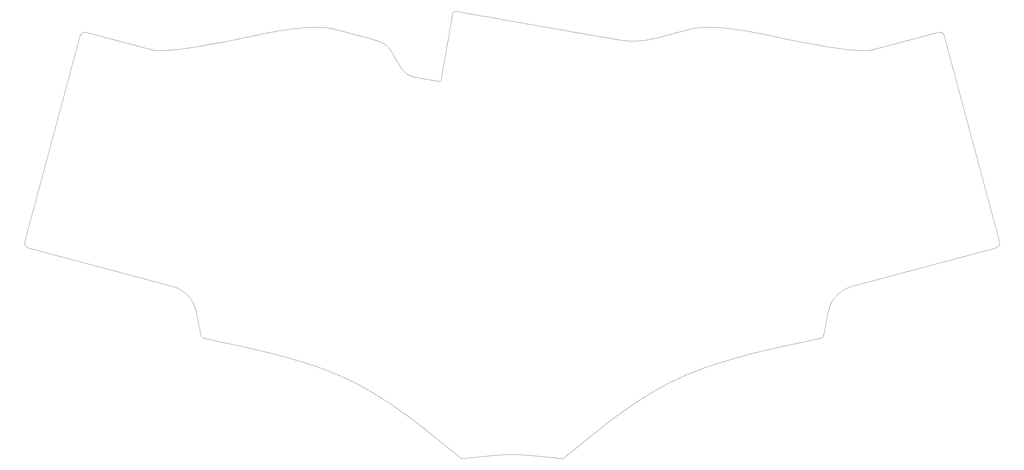
<source format=gm1>
G04 #@! TF.GenerationSoftware,KiCad,Pcbnew,(6.0.0)*
G04 #@! TF.CreationDate,2023-08-21T19:05:23+03:00*
G04 #@! TF.ProjectId,choctopus44,63686f63-746f-4707-9573-34342e6b6963,1.0 Prototype*
G04 #@! TF.SameCoordinates,Original*
G04 #@! TF.FileFunction,Profile,NP*
%FSLAX46Y46*%
G04 Gerber Fmt 4.6, Leading zero omitted, Abs format (unit mm)*
G04 Created by KiCad (PCBNEW (6.0.0)) date 2023-08-21 19:05:23*
%MOMM*%
%LPD*%
G01*
G04 APERTURE LIST*
%ADD10C,0.100000*%
G04 #@! TA.AperFunction,Profile*
%ADD11C,0.100000*%
G04 #@! TD*
G04 APERTURE END LIST*
D10*
X126060000Y-67470000D02*
X125958986Y-67452299D01*
X125838074Y-67431112D01*
X125719080Y-67410261D01*
X125563722Y-67383038D01*
X125367150Y-67348594D01*
X125251894Y-67328398D01*
X125124516Y-67306078D01*
X124984411Y-67281528D01*
X124830972Y-67254641D01*
X124663593Y-67225312D01*
X124481669Y-67193434D01*
X124284592Y-67158901D01*
X124071757Y-67121607D01*
X123842558Y-67081445D01*
X123596389Y-67038309D01*
X123332644Y-66992094D01*
X123050716Y-66942693D01*
X122750000Y-66890000D01*
X115750000Y-62330000D02*
X115569533Y-62008927D01*
X115398687Y-61703452D01*
X115236420Y-61412998D01*
X115081689Y-61136992D01*
X114933451Y-60874857D01*
X114790662Y-60626020D01*
X114652281Y-60389905D01*
X114517265Y-60165937D01*
X114384571Y-59953541D01*
X114253155Y-59752143D01*
X114121976Y-59561167D01*
X113989990Y-59380039D01*
X113856154Y-59208182D01*
X113719427Y-59045024D01*
X113578765Y-58889988D01*
X113433125Y-58742500D01*
X113281464Y-58601984D01*
X113122740Y-58467866D01*
X112955910Y-58339570D01*
X112779931Y-58216523D01*
X112593761Y-58098148D01*
X112396356Y-57983872D01*
X112186674Y-57873118D01*
X111963671Y-57765312D01*
X111726306Y-57659879D01*
X111473536Y-57556245D01*
X111204317Y-57453833D01*
X110917607Y-57352070D01*
X110612363Y-57250380D01*
X110287542Y-57148188D01*
X109942102Y-57044920D01*
X109575000Y-56940000D01*
X169930000Y-56870000D02*
X170299336Y-56935825D01*
X170663405Y-56998166D01*
X171022856Y-57056819D01*
X171378339Y-57111582D01*
X171730505Y-57162250D01*
X172080002Y-57208620D01*
X172427481Y-57250490D01*
X172773593Y-57287656D01*
X173118987Y-57319914D01*
X173464313Y-57347062D01*
X173810222Y-57368897D01*
X174157363Y-57385214D01*
X174506386Y-57395812D01*
X174857941Y-57400485D01*
X175212679Y-57399032D01*
X175571250Y-57391250D01*
X175934302Y-57376933D01*
X176302487Y-57355881D01*
X176676455Y-57327889D01*
X177056855Y-57292753D01*
X177444338Y-57250272D01*
X177839553Y-57200241D01*
X178243150Y-57142458D01*
X178655781Y-57076718D01*
X179078094Y-57002820D01*
X179510739Y-56920559D01*
X179954367Y-56829732D01*
X180409628Y-56730136D01*
X180877172Y-56621568D01*
X181357648Y-56503825D01*
X181851708Y-56376703D01*
X182360000Y-56240000D01*
X221045000Y-131950000D02*
X218118460Y-132559101D01*
X215329172Y-133151325D01*
X212669657Y-133730304D01*
X210132441Y-134299667D01*
X207710046Y-134863047D01*
X205394997Y-135424074D01*
X203179817Y-135986379D01*
X201057031Y-136553593D01*
X199019161Y-137129347D01*
X197058732Y-137717272D01*
X195168268Y-138321000D01*
X193340292Y-138944160D01*
X191567329Y-139590384D01*
X189841901Y-140263303D01*
X188156534Y-140966548D01*
X186503750Y-141703750D01*
X184876073Y-142478539D01*
X183266027Y-143294548D01*
X181666137Y-144155406D01*
X180068925Y-145064746D01*
X178466916Y-146026197D01*
X176852634Y-147043391D01*
X175218601Y-148119958D01*
X173557343Y-149259531D01*
X171861383Y-150465739D01*
X170123244Y-151742214D01*
X168335451Y-153092586D01*
X166490527Y-154520488D01*
X164580996Y-156029549D01*
X162599382Y-157623400D01*
X160538208Y-159305674D01*
X158390000Y-161080000D01*
D11*
X265500000Y-109190000D02*
X229980000Y-118710000D01*
D10*
X132230000Y-161910000D02*
X132126736Y-161912980D01*
X132024050Y-161894816D01*
X131920408Y-161857043D01*
X131814277Y-161801191D01*
X131704125Y-161728794D01*
X131588420Y-161641384D01*
X131507441Y-161575527D01*
X131422858Y-161504133D01*
X131334218Y-161427656D01*
X131241066Y-161346550D01*
X131142949Y-161261269D01*
X131039411Y-161172268D01*
X130930000Y-161080000D01*
X132230000Y-161910000D02*
X133363060Y-161784667D01*
X134427182Y-161667421D01*
X135426961Y-161558261D01*
X136366992Y-161457187D01*
X137251871Y-161364199D01*
X138086196Y-161279296D01*
X138874561Y-161202480D01*
X139621562Y-161133750D01*
X140331796Y-161073105D01*
X141009858Y-161020546D01*
X141660344Y-160976074D01*
X142287851Y-160939687D01*
X142896974Y-160911386D01*
X143492309Y-160891171D01*
X144078452Y-160879042D01*
X144660000Y-160875000D01*
X145241547Y-160879042D01*
X145827690Y-160891171D01*
X146423025Y-160911386D01*
X147032148Y-160939687D01*
X147659655Y-160976074D01*
X148310141Y-161020546D01*
X148988203Y-161073105D01*
X149698437Y-161133750D01*
X150445438Y-161202480D01*
X151233803Y-161279296D01*
X152068128Y-161364199D01*
X152953007Y-161457187D01*
X153893038Y-161558261D01*
X154892817Y-161667421D01*
X155956939Y-161784667D01*
X157090000Y-161910000D01*
D11*
X65670000Y-125320000D02*
X66780000Y-130910000D01*
D10*
X223650000Y-125320000D02*
X223725034Y-124971275D01*
X223811176Y-124631960D01*
X223908107Y-124302031D01*
X224015507Y-123981464D01*
X224133059Y-123670236D01*
X224260444Y-123368322D01*
X224397343Y-123075699D01*
X224543437Y-122792343D01*
X224698408Y-122518230D01*
X224861938Y-122253337D01*
X225033707Y-121997639D01*
X225213398Y-121751113D01*
X225400691Y-121513735D01*
X225595268Y-121285480D01*
X225796810Y-121066327D01*
X226005000Y-120856250D01*
X226219517Y-120655225D01*
X226440043Y-120463229D01*
X226666261Y-120280239D01*
X226897851Y-120106230D01*
X227134495Y-119941178D01*
X227375874Y-119785061D01*
X227621669Y-119637853D01*
X227871562Y-119499531D01*
X228125234Y-119370071D01*
X228382368Y-119249450D01*
X228642643Y-119137644D01*
X228905742Y-119034628D01*
X229171345Y-118940380D01*
X229439135Y-118854875D01*
X229708793Y-118778089D01*
X229980000Y-118710000D01*
X222540000Y-130910000D02*
X222502501Y-131058239D01*
X222457509Y-131188886D01*
X222405032Y-131303332D01*
X222345078Y-131402968D01*
X222277652Y-131489187D01*
X222202763Y-131563378D01*
X222120418Y-131626936D01*
X222030625Y-131681250D01*
X221933389Y-131727712D01*
X221828720Y-131767714D01*
X221716624Y-131802648D01*
X221597109Y-131833906D01*
X221470181Y-131862878D01*
X221335849Y-131890957D01*
X221194119Y-131919533D01*
X221045000Y-131950000D01*
X65670000Y-125320000D02*
X65594965Y-124971275D01*
X65508823Y-124631960D01*
X65411892Y-124302031D01*
X65304492Y-123981464D01*
X65186940Y-123670236D01*
X65059555Y-123368322D01*
X64922656Y-123075699D01*
X64776562Y-122792343D01*
X64621591Y-122518230D01*
X64458061Y-122253337D01*
X64286292Y-121997639D01*
X64106601Y-121751113D01*
X63919308Y-121513735D01*
X63724731Y-121285480D01*
X63523189Y-121066327D01*
X63315000Y-120856250D01*
X63100482Y-120655225D01*
X62879956Y-120463229D01*
X62653738Y-120280239D01*
X62422148Y-120106230D01*
X62185504Y-119941178D01*
X61944125Y-119785061D01*
X61698330Y-119637853D01*
X61448437Y-119499531D01*
X61194765Y-119370071D01*
X60937631Y-119249450D01*
X60677356Y-119137644D01*
X60414257Y-119034628D01*
X60148654Y-118940380D01*
X59880864Y-118854875D01*
X59611206Y-118778089D01*
X59340000Y-118710000D01*
X157090000Y-161910000D02*
X157193263Y-161912980D01*
X157295949Y-161894816D01*
X157399591Y-161857043D01*
X157505722Y-161801191D01*
X157615874Y-161728794D01*
X157731579Y-161641384D01*
X157812558Y-161575527D01*
X157897141Y-161504133D01*
X157985781Y-161427656D01*
X158078933Y-161346550D01*
X158177050Y-161261269D01*
X158280588Y-161172268D01*
X158390000Y-161080000D01*
X250995000Y-55270000D02*
X251096715Y-55246582D01*
X251207548Y-55229375D01*
X251325721Y-55219199D01*
X251449453Y-55216875D01*
X251576964Y-55223222D01*
X251706474Y-55239062D01*
X251836204Y-55265214D01*
X251964375Y-55302500D01*
X252089205Y-55351738D01*
X252208916Y-55413750D01*
X252321727Y-55489355D01*
X252425859Y-55579375D01*
X252519532Y-55684628D01*
X252600966Y-55805937D01*
X252668382Y-55944121D01*
X252720000Y-56100000D01*
D11*
X252720000Y-56100000D02*
X266540000Y-107550000D01*
D10*
X266540000Y-107550000D02*
X266573474Y-107741562D01*
X266585136Y-107919062D01*
X266576848Y-108082968D01*
X266550468Y-108233750D01*
X266507858Y-108371875D01*
X266450878Y-108497812D01*
X266381389Y-108612031D01*
X266301250Y-108715000D01*
X266212321Y-108807187D01*
X266116464Y-108889062D01*
X266015539Y-108961093D01*
X265911406Y-109023750D01*
X265805925Y-109077500D01*
X265700957Y-109122812D01*
X265598361Y-109160156D01*
X265500000Y-109190000D01*
X22780000Y-107550000D02*
X22746525Y-107741562D01*
X22734863Y-107919062D01*
X22743151Y-108082968D01*
X22769531Y-108233750D01*
X22812141Y-108371875D01*
X22869121Y-108497812D01*
X22938610Y-108612031D01*
X23018750Y-108715000D01*
X23107678Y-108807187D01*
X23203535Y-108889062D01*
X23304460Y-108961093D01*
X23408593Y-109023750D01*
X23514074Y-109077500D01*
X23619042Y-109122812D01*
X23721638Y-109160156D01*
X23820000Y-109190000D01*
X38330000Y-55270000D02*
X38227404Y-55246582D01*
X38115800Y-55229375D01*
X37996960Y-55219199D01*
X37872656Y-55216875D01*
X37744660Y-55223222D01*
X37614746Y-55239062D01*
X37484685Y-55265214D01*
X37356250Y-55302500D01*
X37231213Y-55351738D01*
X37111347Y-55413750D01*
X36998425Y-55489355D01*
X36894218Y-55579375D01*
X36800500Y-55684628D01*
X36719042Y-55805937D01*
X36651618Y-55944121D01*
X36600000Y-56100000D01*
D11*
X36600000Y-56100000D02*
X22780000Y-107550000D01*
D10*
X66780000Y-130910000D02*
X66817498Y-131058239D01*
X66862490Y-131188886D01*
X66914967Y-131303332D01*
X66974921Y-131402968D01*
X67042347Y-131489187D01*
X67117236Y-131563378D01*
X67199581Y-131626936D01*
X67289375Y-131681250D01*
X67386610Y-131727712D01*
X67491279Y-131767714D01*
X67603375Y-131802648D01*
X67722890Y-131833906D01*
X67849818Y-131862878D01*
X67984150Y-131890957D01*
X68125880Y-131919533D01*
X68275000Y-131950000D01*
X100200000Y-54425000D02*
X99597508Y-54288683D01*
X98960261Y-54177921D01*
X98291413Y-54091404D01*
X97594121Y-54027822D01*
X96871537Y-53985865D01*
X96126818Y-53964222D01*
X95363119Y-53961584D01*
X94583593Y-53976640D01*
X93791397Y-54008081D01*
X92989685Y-54054595D01*
X92181611Y-54114874D01*
X91370332Y-54187607D01*
X90559001Y-54271483D01*
X89750773Y-54365194D01*
X88948805Y-54467427D01*
X88156250Y-54576875D01*
X87376263Y-54692225D01*
X86611999Y-54812169D01*
X85866614Y-54935395D01*
X85143261Y-55060595D01*
X84445097Y-55186458D01*
X83775275Y-55311673D01*
X83136952Y-55434931D01*
X82533281Y-55554921D01*
X81967417Y-55670334D01*
X81442517Y-55779859D01*
X80961733Y-55882186D01*
X80528222Y-55976005D01*
X80145138Y-56060006D01*
X79815637Y-56132879D01*
X79542872Y-56193314D01*
X79330000Y-56240000D01*
D11*
X53950000Y-59450000D02*
X38330000Y-55270000D01*
D10*
X79330000Y-56240000D02*
X77329234Y-56660056D01*
X75441180Y-57047290D01*
X73662357Y-57402919D01*
X71989287Y-57728164D01*
X70418488Y-58024243D01*
X68946480Y-58292377D01*
X67569785Y-58533786D01*
X66284921Y-58749687D01*
X65088410Y-58941301D01*
X63976771Y-59109848D01*
X62946524Y-59256547D01*
X61994189Y-59382617D01*
X61116287Y-59489277D01*
X60309337Y-59577749D01*
X59569859Y-59649249D01*
X58894375Y-59705000D01*
X58279402Y-59746218D01*
X57721463Y-59774125D01*
X57217077Y-59789940D01*
X56762763Y-59794882D01*
X56355043Y-59790171D01*
X55990435Y-59777026D01*
X55665461Y-59756666D01*
X55376640Y-59730312D01*
X55120493Y-59699182D01*
X54893538Y-59664497D01*
X54692298Y-59627474D01*
X54513291Y-59589335D01*
X54353037Y-59551299D01*
X54208057Y-59514584D01*
X54074871Y-59480411D01*
X53950000Y-59450000D01*
X189125000Y-54425000D02*
X189727491Y-54288683D01*
X190364738Y-54177921D01*
X191033586Y-54091404D01*
X191730878Y-54027822D01*
X192453462Y-53985865D01*
X193198181Y-53964222D01*
X193961880Y-53961584D01*
X194741406Y-53976640D01*
X195533602Y-54008081D01*
X196335314Y-54054595D01*
X197143388Y-54114874D01*
X197954667Y-54187607D01*
X198765998Y-54271483D01*
X199574226Y-54365194D01*
X200376194Y-54467427D01*
X201168750Y-54576875D01*
X201948736Y-54692225D01*
X202713000Y-54812169D01*
X203458385Y-54935395D01*
X204181738Y-55060595D01*
X204879902Y-55186458D01*
X205549724Y-55311673D01*
X206188047Y-55434931D01*
X206791718Y-55554921D01*
X207357582Y-55670334D01*
X207882482Y-55779859D01*
X208363266Y-55882186D01*
X208796777Y-55976005D01*
X209179861Y-56060006D01*
X209509362Y-56132879D01*
X209782127Y-56193314D01*
X209995000Y-56240000D01*
D11*
X235375000Y-59450000D02*
X250995000Y-55270000D01*
D10*
X209995000Y-56240000D02*
X211995552Y-56660056D01*
X213882995Y-57047290D01*
X215660849Y-57402919D01*
X217332636Y-57728164D01*
X218901877Y-58024243D01*
X220372092Y-58292377D01*
X221746803Y-58533786D01*
X223029531Y-58749687D01*
X224223797Y-58941301D01*
X225333122Y-59109848D01*
X226361028Y-59256547D01*
X227311035Y-59382617D01*
X228186664Y-59489277D01*
X228991437Y-59577749D01*
X229728876Y-59649249D01*
X230402500Y-59705000D01*
X231015830Y-59746218D01*
X231572390Y-59774125D01*
X232075698Y-59789940D01*
X232529277Y-59794882D01*
X232936647Y-59790171D01*
X233301330Y-59777026D01*
X233626847Y-59756666D01*
X233916718Y-59730312D01*
X234174466Y-59699182D01*
X234403610Y-59664497D01*
X234607673Y-59627474D01*
X234790175Y-59589335D01*
X234954638Y-59551299D01*
X235104582Y-59514584D01*
X235243529Y-59480411D01*
X235375000Y-59450000D01*
D11*
X189125000Y-54425000D02*
X182360000Y-56240000D01*
D10*
X115750000Y-62330000D02*
X115965315Y-62695690D01*
X116173034Y-63037753D01*
X116373938Y-63357111D01*
X116568808Y-63654687D01*
X116758427Y-63931403D01*
X116943576Y-64188183D01*
X117125038Y-64425949D01*
X117303593Y-64645625D01*
X117480025Y-64848132D01*
X117655114Y-65034394D01*
X117829643Y-65205334D01*
X118004394Y-65361875D01*
X118180148Y-65504938D01*
X118357687Y-65635449D01*
X118537794Y-65754328D01*
X118721250Y-65862500D01*
X118908836Y-65960886D01*
X119101335Y-66050410D01*
X119299529Y-66131994D01*
X119504199Y-66206562D01*
X119716127Y-66275036D01*
X119936096Y-66338339D01*
X120164886Y-66397395D01*
X120403281Y-66453125D01*
X120652061Y-66506452D01*
X120912009Y-66558300D01*
X121183906Y-66609592D01*
X121468535Y-66661250D01*
X121766676Y-66714196D01*
X122079113Y-66769355D01*
X122406627Y-66827648D01*
X122750000Y-66890000D01*
X68275000Y-131950000D02*
X71201539Y-132559101D01*
X73990827Y-133151325D01*
X76650342Y-133730304D01*
X79187558Y-134299667D01*
X81609953Y-134863047D01*
X83925002Y-135424074D01*
X86140182Y-135986379D01*
X88262968Y-136553593D01*
X90300838Y-137129347D01*
X92261267Y-137717272D01*
X94151731Y-138321000D01*
X95979707Y-138944160D01*
X97752670Y-139590384D01*
X99478098Y-140263303D01*
X101163465Y-140966548D01*
X102816250Y-141703750D01*
X104443926Y-142478539D01*
X106053972Y-143294548D01*
X107653862Y-144155406D01*
X109251074Y-145064746D01*
X110853083Y-146026197D01*
X112467365Y-147043391D01*
X114101398Y-148119958D01*
X115762656Y-149259531D01*
X117458616Y-150465739D01*
X119196755Y-151742214D01*
X120984548Y-153092586D01*
X122829472Y-154520488D01*
X124739003Y-156029549D01*
X126720617Y-157623400D01*
X128781791Y-159305674D01*
X130930000Y-161080000D01*
X169930000Y-56870000D02*
X169190350Y-56742954D01*
X168315227Y-56591799D01*
X167315053Y-56418382D01*
X166200253Y-56224550D01*
X164981252Y-56012152D01*
X163668474Y-55783034D01*
X162272342Y-55539045D01*
X160803281Y-55282031D01*
X159271715Y-55013840D01*
X157688068Y-54736320D01*
X156062765Y-54451319D01*
X154406230Y-54160683D01*
X152728887Y-53866261D01*
X151041159Y-53569899D01*
X149353472Y-53273446D01*
X147676250Y-52978750D01*
X146019916Y-52687656D01*
X144394895Y-52402014D01*
X142811611Y-52123670D01*
X141280488Y-51854472D01*
X139811950Y-51596268D01*
X138416423Y-51350905D01*
X137104329Y-51120231D01*
X135886093Y-50906093D01*
X134772140Y-50710339D01*
X133772893Y-50534816D01*
X132898776Y-50381372D01*
X132160214Y-50251855D01*
X131567632Y-50148111D01*
X131131452Y-50071989D01*
X130862100Y-50025336D01*
X130770000Y-50010000D01*
X126060000Y-67470000D02*
X126202009Y-67490272D01*
X126330175Y-67495070D01*
X126444895Y-67484740D01*
X126546562Y-67459628D01*
X126662500Y-67403750D01*
X126756875Y-67323027D01*
X126830625Y-67218281D01*
X126872966Y-67124449D01*
X126904628Y-67017912D01*
X126920000Y-66940000D01*
D11*
X223650000Y-125320000D02*
X222540000Y-130910000D01*
X23820000Y-109190000D02*
X59340000Y-118710000D01*
X100200000Y-54425000D02*
X109575000Y-56940000D01*
D10*
X129800000Y-50500000D02*
X129538349Y-51993587D01*
X129293046Y-53393857D01*
X129063564Y-54703819D01*
X128849375Y-55926484D01*
X128649951Y-57064862D01*
X128464765Y-58121962D01*
X128293291Y-59100797D01*
X128135000Y-60004375D01*
X127989365Y-60835706D01*
X127855859Y-61597802D01*
X127733955Y-62293673D01*
X127623125Y-62926328D01*
X127522841Y-63498778D01*
X127432578Y-64014033D01*
X127351806Y-64475103D01*
X127280000Y-64885000D01*
X127216630Y-65246732D01*
X127161171Y-65563310D01*
X127113095Y-65837745D01*
X127071875Y-66073046D01*
X127036982Y-66272225D01*
X127007890Y-66438291D01*
X126984072Y-66574254D01*
X126965000Y-66683125D01*
X126938984Y-66831630D01*
X126920703Y-66935986D01*
X126920000Y-66940000D01*
X130770000Y-50010000D02*
X130667566Y-49996305D01*
X130559084Y-49990092D01*
X130447471Y-49993042D01*
X130335644Y-50006835D01*
X130226520Y-50033153D01*
X130123015Y-50073676D01*
X130028046Y-50130086D01*
X129944531Y-50204062D01*
X129875386Y-50297286D01*
X129823527Y-50411440D01*
X129800000Y-50500000D01*
M02*

</source>
